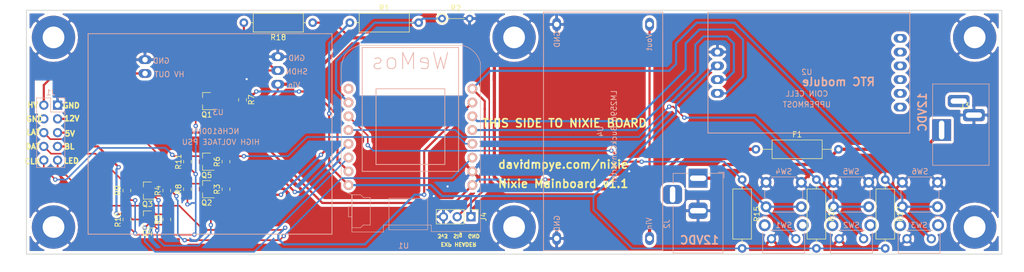
<source format=kicad_pcb>
(kicad_pcb (version 20171130) (host pcbnew 5.1.4+dfsg1-1)
  (layers (0 F.Cu signal) (31 B.Cu signal) (34 B.Paste user) (35 F.Paste user) (36 B.SilkS user) (37 F.SilkS user) (38 B.Mask user) (39 F.Mask user) (44 Edge.Cuts user))
  (net 0 "")
  (net 1 GND)
  (net 2 SHIFT_CLK)
  (net 3 SHIFT_DATA_IN)
  (net 4 SHIFT_BLANK)
  (net 5 SHIFT_LATCH)
  (net 6 +12V)
  (net 7 +3V3)
  (net 8 LATCH)
  (net 9 DATA_IN)
  (net 10 BLANK)
  (net 11 CLK)
  (net 12 NEOPIX_3V3)
  (net 13 LDR_IN)
  (net 14 "Net-(F1-Pad2)")
  (net 15 +5V)
  (net 16 +48V)
  (net 17 "Net-(U1-Pad9)")
  (net 18 SW_1)
  (net 19 SW_2)
  (net 20 SDA)
  (net 21 SCL)
  (net 22 SW_3)
  (net 23 HV_DISABLE)
  (net 24 "Net-(U2-Pad4)")
  (net 25 "Net-(U2-Pad3)")
  (net 26 "Net-(U2-Pad5)")
  (net 27 "Net-(U2-Pad2)")
  (net 28 "Net-(U2-Pad1)")
  (net 29 "Net-(U2-Pad6)")
  (net 30 "Net-(Q1-Pad3)")
  (module Resistor_SMD:R_0805_2012Metric_Pad1.15x1.40mm_HandSolder (layer F.Cu) (at 58.928 43.942 270)
    (fp_text reference R7 (at 0 -1.65 90) (layer F.SilkS))
    (fp_text value 10K)
    (pad 1 smd roundrect (at -1.025 0 270) (size 1.15 1.4) (layers F.Cu F.Paste F.Mask) (roundrect_rratio 0.217391) (net 23 HV_DISABLE))
    (pad 2 smd roundrect (at 1.025 0 270) (size 1.15 1.4) (layers F.Cu F.Paste F.Mask) (roundrect_rratio 0.217391) (net 1 GND))
  )
  (module GenericModules:NCH6100HVNixiePSU (layer B.Cu) (at 75.438 31.75 180)
    (fp_text reference U3 (at 21 -14.5) (layer B.SilkS) (effects (justify mirror)))
    (fp_text value NCH6100HVNixiePSU)
    (fp_text user "HIGH VOLTAGE PSU" (at 20.5 -20) (layer B.SilkS) (effects (justify mirror)))
    (fp_text user NCH6100HV (at 21.5 -18) (layer B.SilkS) (effects (justify mirror)))
    (fp_text user GND (at 31.5 -5) (layer B.SilkS) (effects (justify mirror)))
    (fp_text user GND (at 6.5 -4.5) (layer B.SilkS) (effects (justify mirror)))
    (fp_text user "HV OUT" (at 30 -7.5) (layer B.SilkS) (effects (justify mirror)))
    (fp_text user Vin (at 7 -9.5) (layer B.SilkS) (effects (justify mirror)))
    (fp_text user SHDN (at 6.5 -7) (layer B.SilkS) (effects (justify mirror)))
    (pad 5 thru_hole oval (at 34.5 -7.34 180) (size 2.4 1.6) (drill 1) (layers *.Cu *.Mask) (net 16 +48V))
    (pad 4 thru_hole oval (at 34.5 -4.8 180) (size 2.4 1.6) (drill 1) (layers *.Cu *.Mask) (net 1 GND))
    (pad 1 thru_hole oval (at 10 -9.33 180) (size 2.4 1.6) (drill 1) (layers *.Cu *.Mask) (net 6 +12V))
    (pad 3 thru_hole oval (at 10 -4.25 180) (size 2.4 1.6) (drill 1) (layers *.Cu *.Mask) (net 1 GND))
    (pad 2 thru_hole oval (at 10 -6.79 180) (size 2.4 1.6) (drill 1) (layers *.Cu *.Mask) (net 30 "Net-(Q1-Pad3)"))
  )
  (module Resistor_THT:R_Axial_DIN0309_L9.0mm_D3.2mm_P15.24mm_Horizontal (layer F.Cu) (at 153.67 53.086)
    (fp_text reference F1 (at 7.62 -2.72 180) (layer F.SilkS))
    (fp_text value Polyfuse)
    (pad 1 thru_hole circle (at 0 0) (size 1.6 1.6) (drill 0.8) (layers *.Cu *.Mask) (net 6 +12V))
    (pad 2 thru_hole oval (at 15.24 0) (size 1.6 1.6) (drill 0.8) (layers *.Cu *.Mask) (net 14 "Net-(F1-Pad2)"))
  )
  (module VerticalBarrelSocket:VerticalBarrel2.1mm (layer F.Cu) (at 187.198 49.53 180)
    (fp_text reference J3 (at -5 4.5) (layer F.SilkS))
    (fp_text value Barrel_Jack)
    (pad 1 thru_hole rect (at -0.75 0 180) (size 3.5 4) (drill oval 1 3.5) (layers *.Cu *.Mask) (net 14 "Net-(F1-Pad2)"))
    (pad 2 thru_hole roundrect (at -6.7 2.75 270) (size 2.25 4) (drill oval 1 3) (layers *.Cu *.Mask) (net 1 GND))
    (pad 3 thru_hole roundrect (at -3.9 5.35 90) (size 2.25 4) (drill oval 1 3) (layers *.Cu *.Mask))
  )
  (module GenericModules:DS3121RTCModule (layer B.Cu) (at 163.068 36.83 180)
    (fp_text reference U2 (at 0 -2) (layer B.SilkS) (effects (justify mirror)))
    (fp_text value DS3231RTCModule)
    (fp_text user "COIN CELL" (at 0 -6) (layer B.SilkS) (effects (justify mirror)))
    (fp_text user UPPERMOST (at 0 -8) (layer B.SilkS) (effects (justify mirror)))
    (pad 4 thru_hole oval (at -17.25 -3.395 180) (size 2.4 1.6) (drill 1) (layers *.Cu *.Mask) (net 24 "Net-(U2-Pad4)"))
    (pad 3 thru_hole oval (at -17.25 -0.855 180) (size 2.4 1.6) (drill 1) (layers *.Cu *.Mask) (net 25 "Net-(U2-Pad3)"))
    (pad 5 thru_hole oval (at -17.25 -5.935 180) (size 2.4 1.6) (drill 1) (layers *.Cu *.Mask) (net 26 "Net-(U2-Pad5)"))
    (pad 2 thru_hole oval (at -17.25 1.685 180) (size 2.4 1.6) (drill 1) (layers *.Cu *.Mask) (net 27 "Net-(U2-Pad2)"))
    (pad 1 thru_hole oval (at -17.25 4.225 180) (size 2.4 1.6) (drill 1) (layers *.Cu *.Mask) (net 28 "Net-(U2-Pad1)"))
    (pad 10 thru_hole oval (at 16.5 1.685 180) (size 2.4 1.6) (drill 1) (layers *.Cu *.Mask) (net 1 GND))
    (pad 9 thru_hole oval (at 16.5 -0.855 180) (size 2.4 1.6) (drill 1) (layers *.Cu *.Mask) (net 7 +3V3))
    (pad 8 thru_hole oval (at 16.5 -3.395 180) (size 2.4 1.6) (drill 1) (layers *.Cu *.Mask) (net 20 SDA))
    (pad 7 thru_hole oval (at 16.5 -5.935 180) (size 2.4 1.6) (drill 1) (layers *.Cu *.Mask) (net 21 SCL))
    (pad 6 thru_hole oval (at -17.25 -8.475 180) (size 2.4 1.6) (drill 1) (layers *.Cu *.Mask) (net 29 "Net-(U2-Pad6)"))
  )
  (module Button_Switch_THT:SW_PUSH_6mm (layer B.Cu) (at 162.052 59.182 180)
    (fp_text reference SW4 (at 3.25 2) (layer B.SilkS) (effects (justify mirror)))
    (fp_text value SW_Push)
    (pad 2 thru_hole circle (at 0 -4.5 90) (size 2 2) (drill 1.1) (layers *.Cu *.Mask) (net 18 SW_1))
    (pad 1 thru_hole circle (at 0 0 90) (size 2 2) (drill 1.1) (layers *.Cu *.Mask) (net 1 GND))
    (pad 2 thru_hole circle (at 6.5 -4.5 90) (size 2 2) (drill 1.1) (layers *.Cu *.Mask) (net 18 SW_1))
    (pad 1 thru_hole circle (at 6.5 0 90) (size 2 2) (drill 1.1) (layers *.Cu *.Mask) (net 1 GND))
  )
  (module Button_Switch_THT:SW_PUSH_6mm (layer B.Cu) (at 187.198 59.182 180)
    (fp_text reference SW6 (at 3.25 2) (layer B.SilkS) (effects (justify mirror)))
    (fp_text value SW_Push)
    (pad 2 thru_hole circle (at 0 -4.5 90) (size 2 2) (drill 1.1) (layers *.Cu *.Mask) (net 22 SW_3))
    (pad 1 thru_hole circle (at 0 0 90) (size 2 2) (drill 1.1) (layers *.Cu *.Mask) (net 1 GND))
    (pad 2 thru_hole circle (at 6.5 -4.5 90) (size 2 2) (drill 1.1) (layers *.Cu *.Mask) (net 22 SW_3))
    (pad 1 thru_hole circle (at 6.5 0 90) (size 2 2) (drill 1.1) (layers *.Cu *.Mask) (net 1 GND))
  )
  (module Button_Switch_THT:SW_PUSH_6mm (layer B.Cu) (at 174.498 59.182 180)
    (fp_text reference SW5 (at 3.25 2) (layer B.SilkS) (effects (justify mirror)))
    (fp_text value SW_Push)
    (pad 1 thru_hole circle (at 6.5 0 90) (size 2 2) (drill 1.1) (layers *.Cu *.Mask) (net 1 GND))
    (pad 2 thru_hole circle (at 6.5 -4.5 90) (size 2 2) (drill 1.1) (layers *.Cu *.Mask) (net 19 SW_2))
    (pad 1 thru_hole circle (at 0 0 90) (size 2 2) (drill 1.1) (layers *.Cu *.Mask) (net 1 GND))
    (pad 2 thru_hole circle (at 0 -4.5 90) (size 2 2) (drill 1.1) (layers *.Cu *.Mask) (net 19 SW_2))
  )
  (module GenericModules:LM2596BuckConverterModule (layer B.Cu) (at 125.476 49.784 90)
    (fp_text reference U4 (at 0 -0.5 90) (layer B.SilkS) (effects (justify mirror)))
    (fp_text value LM2596BuckConverterModule)
    (fp_text user Vin (at -17 8.5 90) (layer B.SilkS) (effects (justify mirror)))
    (fp_text user GND (at -17 -8.5 90) (layer B.SilkS) (effects (justify mirror)))
    (fp_text user Vout (at 16.5 8.5 90) (layer B.SilkS) (effects (justify mirror)))
    (fp_text user GND (at 17 -8.5 90) (layer B.SilkS) (effects (justify mirror)))
    (fp_text user "LM2596 BuckConverter" (at -1 2 90) (layer B.SilkS) (effects (justify mirror)))
    (pad 1 thru_hole oval (at -19.75 8.57 90) (size 2.4 1.6) (drill 1) (layers *.Cu *.Mask) (net 6 +12V))
    (pad 2 thru_hole oval (at -19.75 -8.57 90) (size 2.4 1.6) (drill 1) (layers *.Cu *.Mask) (net 1 GND))
    (pad 3 thru_hole oval (at 19.75 -8.57 90) (size 2.4 1.6) (drill 1) (layers *.Cu *.Mask) (net 1 GND))
    (pad 4 thru_hole oval (at 19.75 8.57 270) (size 2.4 1.6) (drill 1) (layers *.Cu *.Mask) (net 15 +5V))
  )
  (module MountingHole:MountingHole_4mm_Pad (layer F.Cu) (at 109.05 32.432)
    (fp_text reference REF** hide)
    (fp_text value MountingHole_4mm_Pad)
    (pad 1 thru_hole circle (at 0 0) (size 8 8) (drill 4) (layers *.Cu *.Mask) (net 1 GND))
  )
  (module MountingHole:MountingHole_4mm_Pad (layer F.Cu) (at 109.05 67.432)
    (fp_text reference REF** hide)
    (fp_text value MountingHole_4mm_Pad hide)
    (pad 1 thru_hole circle (at 0 0) (size 8 8) (drill 4) (layers *.Cu *.Mask) (net 1 GND))
  )
  (module MountingHole:MountingHole_4mm_Pad (layer F.Cu) (at 24.05 32.432)
    (fp_text reference REF** hide)
    (fp_text value MountingHole_4mm_Pad)
    (pad 1 thru_hole circle (at 0 0) (size 8 8) (drill 4) (layers *.Cu *.Mask) (net 1 GND))
  )
  (module MountingHole:MountingHole_4mm_Pad (layer F.Cu) (at 194.05 32.432)
    (fp_text reference REF** hide)
    (fp_text value MountingHole_4mm_Pad)
    (pad 1 thru_hole circle (at 0 0) (size 8 8) (drill 4) (layers *.Cu *.Mask) (net 1 GND))
  )
  (module MountingHole:MountingHole_4mm_Pad (layer F.Cu) (at 194.05 67.432)
    (fp_text reference REF** hide)
    (fp_text value MountingHole_4mm_Pad)
    (pad 1 thru_hole circle (at 0 0) (size 8 8) (drill 4) (layers *.Cu *.Mask) (net 1 GND))
  )
  (module MountingHole:MountingHole_4mm_Pad (layer F.Cu) (at 24.05 67.432)
    (fp_text reference REF** hide)
    (fp_text value MountingHole_4mm_Pad)
    (pad 1 thru_hole circle (at 0 0) (size 8 8) (drill 4) (layers *.Cu *.Mask) (net 1 GND))
  )
  (module Connector_PinHeader_2.54mm:PinHeader_2x05_P2.54mm_Vertical (layer B.Cu) (at 24.8 44.932 180)
    (fp_text reference J1 (at 1.27 2.33 180) (layer B.SilkS) (effects (justify mirror)))
    (fp_text value Conn_02x05_Odd_Even)
    (pad 10 thru_hole oval (at 2.54 -10.16 180) (size 1.7 1.7) (drill 1) (layers *.Cu *.Mask) (net 2 SHIFT_CLK))
    (pad 9 thru_hole oval (at 0 -10.16 180) (size 1.7 1.7) (drill 1) (layers *.Cu *.Mask) (net 12 NEOPIX_3V3))
    (pad 8 thru_hole oval (at 2.54 -7.62 180) (size 1.7 1.7) (drill 1) (layers *.Cu *.Mask) (net 3 SHIFT_DATA_IN))
    (pad 7 thru_hole oval (at 0 -7.62 180) (size 1.7 1.7) (drill 1) (layers *.Cu *.Mask) (net 4 SHIFT_BLANK))
    (pad 6 thru_hole oval (at 2.54 -5.08 180) (size 1.7 1.7) (drill 1) (layers *.Cu *.Mask) (net 5 SHIFT_LATCH))
    (pad 5 thru_hole oval (at 0 -5.08 180) (size 1.7 1.7) (drill 1) (layers *.Cu *.Mask) (net 15 +5V))
    (pad 4 thru_hole oval (at 2.54 -2.54 180) (size 1.7 1.7) (drill 1) (layers *.Cu *.Mask) (net 1 GND))
    (pad 3 thru_hole oval (at 0 -2.54 180) (size 1.7 1.7) (drill 1) (layers *.Cu *.Mask) (net 6 +12V))
    (pad 2 thru_hole oval (at 2.54 0 180) (size 1.7 1.7) (drill 1) (layers *.Cu *.Mask) (net 16 +48V))
    (pad 1 thru_hole rect (at 0 0 180) (size 1.7 1.7) (drill 1) (layers *.Cu *.Mask) (net 1 GND))
  )
  (module Resistor_THT:R_Axial_DIN0309_L9.0mm_D3.2mm_P12.70mm_Horizontal (layer F.Cu) (at 78.74 29.718)
    (fp_text reference R1 (at 6.35 -2.72) (layer F.SilkS))
    (fp_text value 22K)
    (pad 1 thru_hole circle (at 0 0) (size 1.6 1.6) (drill 0.8) (layers *.Cu *.Mask) (net 7 +3V3))
    (pad 2 thru_hole oval (at 12.7 0) (size 1.6 1.6) (drill 0.8) (layers *.Cu *.Mask) (net 13 LDR_IN))
  )
  (module Resistor_THT:R_Axial_DIN0204_L3.6mm_D1.6mm_P5.08mm_Vertical (layer F.Cu) (at 95.758 28.956)
    (fp_text reference R2 (at 2.54 -1.92) (layer F.SilkS))
    (fp_text value LDR03)
    (pad 1 thru_hole circle (at 0 0) (size 1.4 1.4) (drill 0.7) (layers *.Cu *.Mask) (net 13 LDR_IN))
    (pad 2 thru_hole oval (at 5.08 0) (size 1.4 1.4) (drill 0.7) (layers *.Cu *.Mask) (net 1 GND))
  )
  (module wemos_d1_mini:D1_mini_board (layer B.Cu) (at 89.916 52.07 180)
    (fp_text reference U1 (at 1.27 -18.81) (layer B.SilkS) (effects (justify mirror)))
    (fp_text value WeMos_mini)
    (fp_text user WeMos (at 0 15.24) (layer B.SilkS) (effects (font (size 3 3)) (justify mirror)))
    (pad 9 thru_hole circle (at 11.43 10.16 180) (size 1.8 1.8) (drill 1.016) (layers *.Cu *.Mask B.SilkS) (net 17 "Net-(U1-Pad9)"))
    (pad 10 thru_hole circle (at 11.43 7.62 180) (size 1.8 1.8) (drill 1.016) (layers *.Cu *.Mask B.SilkS) (net 13 LDR_IN))
    (pad 11 thru_hole circle (at 11.43 5.08 180) (size 1.8 1.8) (drill 1.016) (layers *.Cu *.Mask B.SilkS) (net 18 SW_1))
    (pad 12 thru_hole circle (at 11.43 2.54 180) (size 1.8 1.8) (drill 1.016) (layers *.Cu *.Mask B.SilkS) (net 19 SW_2))
    (pad 13 thru_hole circle (at 11.43 0 180) (size 1.8 1.8) (drill 1.016) (layers *.Cu *.Mask B.SilkS) (net 8 LATCH))
    (pad 14 thru_hole circle (at 11.43 -2.54 180) (size 1.8 1.8) (drill 1.016) (layers *.Cu *.Mask B.SilkS) (net 10 BLANK))
    (pad 15 thru_hole circle (at 11.43 -5.08 180) (size 1.8 1.8) (drill 1.016) (layers *.Cu *.Mask B.SilkS) (net 23 HV_DISABLE))
    (pad 16 thru_hole circle (at 11.43 -7.62 180) (size 1.8 1.8) (drill 1.016) (layers *.Cu *.Mask B.SilkS) (net 7 +3V3))
    (pad 1 thru_hole circle (at -11.43 -7.62 180) (size 1.8 1.8) (drill 1.016) (layers *.Cu *.Mask B.SilkS) (net 15 +5V))
    (pad 2 thru_hole circle (at -11.43 -5.08 180) (size 1.8 1.8) (drill 1.016) (layers *.Cu *.Mask B.SilkS) (net 1 GND))
    (pad 3 thru_hole circle (at -11.43 -2.54 180) (size 1.8 1.8) (drill 1.016) (layers *.Cu *.Mask B.SilkS) (net 9 DATA_IN))
    (pad 4 thru_hole circle (at -11.43 0 180) (size 1.8 1.8) (drill 1.016) (layers *.Cu *.Mask B.SilkS) (net 11 CLK))
    (pad 5 thru_hole circle (at -11.43 2.54 180) (size 1.8 1.8) (drill 1.016) (layers *.Cu *.Mask B.SilkS) (net 20 SDA))
    (pad 6 thru_hole circle (at -11.43 5.08 180) (size 1.8 1.8) (drill 1.016) (layers *.Cu *.Mask B.SilkS) (net 21 SCL))
    (pad 7 thru_hole circle (at -11.43 7.62 180) (size 1.8 1.8) (drill 1.016) (layers *.Cu *.Mask B.SilkS) (net 12 NEOPIX_3V3))
    (pad 8 thru_hole circle (at -11.43 10.16 180) (size 1.8 1.8) (drill 1.016) (layers *.Cu *.Mask B.SilkS) (net 22 SW_3))
  )
  (module Button_Switch_THT:SW_Tactile_SKHH_Angled (layer B.Cu) (at 156.55 69.596)
    (fp_text reference SW1 (at 2.25 -2.5) (layer B.SilkS) (effects (justify mirror)))
    (fp_text value SW_Push)
    (pad "" thru_hole circle (at 5.75 -2.5 180) (size 2.2 2.2) (drill 1.3) (layers *.Cu *.Mask))
    (pad "" thru_hole circle (at -1.25 -2.5 180) (size 2.2 2.2) (drill 1.3) (layers *.Cu *.Mask))
    (pad 2 thru_hole circle (at 4.5 0 180) (size 1.7 1.7) (drill 1) (layers *.Cu *.Mask) (net 18 SW_1))
    (pad 1 thru_hole circle (at 0 0 180) (size 1.7 1.7) (drill 1) (layers *.Cu *.Mask) (net 1 GND))
  )
  (module Button_Switch_THT:SW_Tactile_SKHH_Angled (layer B.Cu) (at 169.05 69.596)
    (fp_text reference SW2 (at 2.25 -2.5) (layer B.SilkS) (effects (justify mirror)))
    (fp_text value SW_Push)
    (pad 1 thru_hole circle (at 0 0 180) (size 1.7 1.7) (drill 1) (layers *.Cu *.Mask) (net 1 GND))
    (pad 2 thru_hole circle (at 4.5 0 180) (size 1.7 1.7) (drill 1) (layers *.Cu *.Mask) (net 19 SW_2))
    (pad "" thru_hole circle (at -1.25 -2.5 180) (size 2.2 2.2) (drill 1.3) (layers *.Cu *.Mask))
    (pad "" thru_hole circle (at 5.75 -2.5 180) (size 2.2 2.2) (drill 1.3) (layers *.Cu *.Mask))
  )
  (module Button_Switch_THT:SW_Tactile_SKHH_Angled (layer B.Cu) (at 181.55 69.596)
    (fp_text reference SW3 (at 2.25 -2.5) (layer B.SilkS) (effects (justify mirror)))
    (fp_text value SW_Push)
    (pad "" thru_hole circle (at 5.75 -2.5 180) (size 2.2 2.2) (drill 1.3) (layers *.Cu *.Mask))
    (pad "" thru_hole circle (at -1.25 -2.5 180) (size 2.2 2.2) (drill 1.3) (layers *.Cu *.Mask))
    (pad 2 thru_hole circle (at 4.5 0 180) (size 1.7 1.7) (drill 1) (layers *.Cu *.Mask) (net 22 SW_3))
    (pad 1 thru_hole circle (at 0 0 180) (size 1.7 1.7) (drill 1) (layers *.Cu *.Mask) (net 1 GND))
  )
  (module Connector_BarrelJack:BarrelJack_Horizontal (layer B.Cu) (at 143.002 58.42 90)
    (fp_text reference J2 (at -8.45 -5.75 270) (layer B.SilkS) (effects (justify mirror)))
    (fp_text value Barrel_Jack)
    (pad 1 thru_hole rect (at 0 0 90) (size 3.5 3.5) (drill oval 1 3) (layers *.Cu *.Mask) (net 14 "Net-(F1-Pad2)"))
    (pad 2 thru_hole roundrect (at -6 0 90) (size 3 3.5) (drill oval 1 3) (layers *.Cu *.Mask) (net 1 GND))
    (pad 3 thru_hole roundrect (at -3 -4.7 90) (size 3.5 3.5) (drill oval 3 1) (layers *.Cu *.Mask))
  )
  (module Package_TO_SOT_SMD:SOT-23 (layer F.Cu) (at 52.324 44.196 180)
    (fp_text reference Q1 (at 0 -2.5) (layer F.SilkS))
    (fp_text value BSS138)
    (pad 3 smd rect (at 1 0 180) (size 0.9 0.8) (layers F.Cu F.Paste F.Mask) (net 30 "Net-(Q1-Pad3)"))
    (pad 2 smd rect (at -1 0.95 180) (size 0.9 0.8) (layers F.Cu F.Paste F.Mask) (net 1 GND))
    (pad 1 smd rect (at -1 -0.95 180) (size 0.9 0.8) (layers F.Cu F.Paste F.Mask) (net 23 HV_DISABLE))
  )
  (module Package_TO_SOT_SMD:SOT-23 (layer F.Cu) (at 52.324 60.452 180)
    (fp_text reference Q2 (at 0 -2.5) (layer F.SilkS))
    (fp_text value BSS138)
    (pad 3 smd rect (at 1 0 180) (size 0.9 0.8) (layers F.Cu F.Paste F.Mask) (net 5 SHIFT_LATCH))
    (pad 2 smd rect (at -1 0.95 180) (size 0.9 0.8) (layers F.Cu F.Paste F.Mask) (net 8 LATCH))
    (pad 1 smd rect (at -1 -0.95 180) (size 0.9 0.8) (layers F.Cu F.Paste F.Mask) (net 7 +3V3))
  )
  (module Package_TO_SOT_SMD:SOT-23 (layer F.Cu) (at 41.402 60.706 180)
    (fp_text reference Q3 (at 0 -2.5) (layer F.SilkS))
    (fp_text value BSS138)
    (pad 1 smd rect (at -1 -0.95 180) (size 0.9 0.8) (layers F.Cu F.Paste F.Mask) (net 7 +3V3))
    (pad 2 smd rect (at -1 0.95 180) (size 0.9 0.8) (layers F.Cu F.Paste F.Mask) (net 9 DATA_IN))
    (pad 3 smd rect (at 1 0 180) (size 0.9 0.8) (layers F.Cu F.Paste F.Mask) (net 3 SHIFT_DATA_IN))
  )
  (module Package_TO_SOT_SMD:SOT-23 (layer F.Cu) (at 41.402 66.04 180)
    (fp_text reference Q4 (at 0 -2.5) (layer F.SilkS))
    (fp_text value BSS138)
    (pad 3 smd rect (at 1 0 180) (size 0.9 0.8) (layers F.Cu F.Paste F.Mask) (net 4 SHIFT_BLANK))
    (pad 2 smd rect (at -1 0.95 180) (size 0.9 0.8) (layers F.Cu F.Paste F.Mask) (net 10 BLANK))
    (pad 1 smd rect (at -1 -0.95 180) (size 0.9 0.8) (layers F.Cu F.Paste F.Mask) (net 7 +3V3))
  )
  (module Package_TO_SOT_SMD:SOT-23 (layer F.Cu) (at 52.324 55.372 180)
    (fp_text reference Q5 (at 0 -2.5 180) (layer F.SilkS))
    (fp_text value BSS138)
    (pad 1 smd rect (at -1 -0.95 180) (size 0.9 0.8) (layers F.Cu F.Paste F.Mask) (net 7 +3V3))
    (pad 2 smd rect (at -1 0.95 180) (size 0.9 0.8) (layers F.Cu F.Paste F.Mask) (net 11 CLK))
    (pad 3 smd rect (at 1 0 180) (size 0.9 0.8) (layers F.Cu F.Paste F.Mask) (net 2 SHIFT_CLK))
  )
  (module Resistor_SMD:R_0805_2012Metric_Pad1.15x1.40mm_HandSolder (layer F.Cu) (at 55.88 60.452 90)
    (fp_text reference R3 (at 0 -1.65 270) (layer F.SilkS))
    (fp_text value 10k)
    (pad 2 smd roundrect (at 1.025 0 90) (size 1.15 1.4) (layers F.Cu F.Paste F.Mask) (roundrect_rratio 0.217391) (net 8 LATCH))
    (pad 1 smd roundrect (at -1.025 0 90) (size 1.15 1.4) (layers F.Cu F.Paste F.Mask) (roundrect_rratio 0.217391) (net 7 +3V3))
  )
  (module Resistor_SMD:R_0805_2012Metric_Pad1.15x1.40mm_HandSolder (layer F.Cu) (at 44.958 60.706 90)
    (fp_text reference R4 (at 0 -1.65 270) (layer F.SilkS))
    (fp_text value 10k)
    (pad 1 smd roundrect (at -1.025 0 90) (size 1.15 1.4) (layers F.Cu F.Paste F.Mask) (roundrect_rratio 0.217391) (net 7 +3V3))
    (pad 2 smd roundrect (at 1.025 0 90) (size 1.15 1.4) (layers F.Cu F.Paste F.Mask) (roundrect_rratio 0.217391) (net 9 DATA_IN))
  )
  (module Resistor_SMD:R_0805_2012Metric_Pad1.15x1.40mm_HandSolder (layer F.Cu) (at 44.958 66.04 90)
    (fp_text reference R5 (at 0 -1.65 270) (layer F.SilkS))
    (fp_text value 10k)
    (pad 1 smd roundrect (at -1.025 0 90) (size 1.15 1.4) (layers F.Cu F.Paste F.Mask) (roundrect_rratio 0.217391) (net 7 +3V3))
    (pad 2 smd roundrect (at 1.025 0 90) (size 1.15 1.4) (layers F.Cu F.Paste F.Mask) (roundrect_rratio 0.217391) (net 10 BLANK))
  )
  (module Resistor_SMD:R_0805_2012Metric_Pad1.15x1.40mm_HandSolder (layer F.Cu) (at 55.88 55.372 90)
    (fp_text reference R6 (at 0 -1.65 270) (layer F.SilkS))
    (fp_text value 10k)
    (pad 1 smd roundrect (at -1.025 0 90) (size 1.15 1.4) (layers F.Cu F.Paste F.Mask) (roundrect_rratio 0.217391) (net 7 +3V3))
    (pad 2 smd roundrect (at 1.025 0 90) (size 1.15 1.4) (layers F.Cu F.Paste F.Mask) (roundrect_rratio 0.217391) (net 11 CLK))
  )
  (module Resistor_SMD:R_0805_2012Metric_Pad1.15x1.40mm_HandSolder (layer F.Cu) (at 48.768 60.452 90)
    (fp_text reference R8 (at 0 -1.65 270) (layer F.SilkS))
    (fp_text value 10k)
    (pad 2 smd roundrect (at 1.025 0 90) (size 1.15 1.4) (layers F.Cu F.Paste F.Mask) (roundrect_rratio 0.217391) (net 5 SHIFT_LATCH))
    (pad 1 smd roundrect (at -1.025 0 90) (size 1.15 1.4) (layers F.Cu F.Paste F.Mask) (roundrect_rratio 0.217391) (net 6 +12V))
  )
  (module Resistor_SMD:R_0805_2012Metric_Pad1.15x1.40mm_HandSolder (layer F.Cu) (at 37.592 60.706 90)
    (fp_text reference R9 (at 0 -1.65 270) (layer F.SilkS))
    (fp_text value 10k)
    (pad 2 smd roundrect (at 1.025 0 90) (size 1.15 1.4) (layers F.Cu F.Paste F.Mask) (roundrect_rratio 0.217391) (net 3 SHIFT_DATA_IN))
    (pad 1 smd roundrect (at -1.025 0 90) (size 1.15 1.4) (layers F.Cu F.Paste F.Mask) (roundrect_rratio 0.217391) (net 6 +12V))
  )
  (module Resistor_SMD:R_0805_2012Metric_Pad1.15x1.40mm_HandSolder (layer F.Cu) (at 37.592 66.04 90)
    (fp_text reference R10 (at 0 -1.65 270) (layer F.SilkS))
    (fp_text value 10k)
    (pad 2 smd roundrect (at 1.025 0 90) (size 1.15 1.4) (layers F.Cu F.Paste F.Mask) (roundrect_rratio 0.217391) (net 4 SHIFT_BLANK))
    (pad 1 smd roundrect (at -1.025 0 90) (size 1.15 1.4) (layers F.Cu F.Paste F.Mask) (roundrect_rratio 0.217391) (net 6 +12V))
  )
  (module Resistor_SMD:R_0805_2012Metric_Pad1.15x1.40mm_HandSolder (layer F.Cu) (at 48.768 55.372 90)
    (fp_text reference R11 (at 0 -1.65 270) (layer F.SilkS))
    (fp_text value 10k)
    (pad 2 smd roundrect (at 1.025 0 90) (size 1.15 1.4) (layers F.Cu F.Paste F.Mask) (roundrect_rratio 0.217391) (net 2 SHIFT_CLK))
    (pad 1 smd roundrect (at -1.025 0 90) (size 1.15 1.4) (layers F.Cu F.Paste F.Mask) (roundrect_rratio 0.217391) (net 6 +12V))
  )
  (module Resistor_THT:R_Axial_DIN0309_L9.0mm_D3.2mm_P12.70mm_Horizontal (layer F.Cu) (at 151.13 58.674 270)
    (fp_text reference R15 (at 6.35 -2.72 270) (layer F.SilkS))
    (fp_text value 10k)
    (pad 2 thru_hole oval (at 12.7 0 270) (size 1.6 1.6) (drill 0.8) (layers *.Cu *.Mask) (net 7 +3V3))
    (pad 1 thru_hole circle (at 0 0 270) (size 1.6 1.6) (drill 0.8) (layers *.Cu *.Mask) (net 18 SW_1))
  )
  (module Resistor_THT:R_Axial_DIN0309_L9.0mm_D3.2mm_P12.70mm_Horizontal (layer F.Cu) (at 164.846 58.674 270)
    (fp_text reference R16 (at 6.35 -2.72 270) (layer F.SilkS))
    (fp_text value 10k)
    (pad 1 thru_hole circle (at 0 0 270) (size 1.6 1.6) (drill 0.8) (layers *.Cu *.Mask) (net 19 SW_2))
    (pad 2 thru_hole oval (at 12.7 0 270) (size 1.6 1.6) (drill 0.8) (layers *.Cu *.Mask) (net 7 +3V3))
  )
  (module Resistor_THT:R_Axial_DIN0309_L9.0mm_D3.2mm_P12.70mm_Horizontal (layer F.Cu) (at 177.546 58.674 270)
    (fp_text reference R17 (at 6.35 -2.72 270) (layer F.SilkS))
    (fp_text value R)
    (pad 1 thru_hole circle (at 0 0 270) (size 1.6 1.6) (drill 0.8) (layers *.Cu *.Mask) (net 22 SW_3))
    (pad 2 thru_hole oval (at 12.7 0 270) (size 1.6 1.6) (drill 0.8) (layers *.Cu *.Mask) (net 7 +3V3))
  )
  (module Resistor_THT:R_Axial_DIN0309_L9.0mm_D3.2mm_P12.70mm_Horizontal (layer F.Cu) (at 71.882 29.718 180)
    (fp_text reference R18 (at 6.35 -2.72) (layer F.SilkS))
    (fp_text value R)
    (pad 2 thru_hole oval (at 12.7 0 180) (size 1.6 1.6) (drill 0.8) (layers *.Cu *.Mask) (net 30 "Net-(Q1-Pad3)"))
    (pad 1 thru_hole circle (at 0 0 180) (size 1.6 1.6) (drill 0.8) (layers *.Cu *.Mask) (net 6 +12V))
  )
  (module Connector_PinHeader_2.54mm:PinHeader_1x03_P2.54mm_Vertical (layer F.Cu) (at 101.092 65.532 270)
    (fp_text reference J4 (at 0 -2.33 90) (layer F.SilkS))
    (fp_text value Conn_01x03_Male)
    (pad 1 thru_hole rect (at 0 0 270) (size 1.7 1.7) (drill 1) (layers *.Cu *.Mask) (net 7 +3V3))
    (pad 2 thru_hole oval (at 0 2.54 270) (size 1.7 1.7) (drill 1) (layers *.Cu *.Mask) (net 22 SW_3))
    (pad 3 thru_hole oval (at 0 5.08 270) (size 1.7 1.7) (drill 1) (layers *.Cu *.Mask) (net 1 GND))
  )
  (gr_text 12VDC (at 184.404 46.228 90) (layer B.SilkS) (effects (font (size 1.5 1.5) (thickness 0.3)) (justify mirror)))
  (gr_text "3v3  Sig  GND" (at 98.806 69.088 180) (layer F.SilkS) (effects (font (size 0.7 0.7) (thickness 0.175)) (justify mirror)))
  (gr_text "EXP HEADER" (at 98.806 70.612 180) (layer F.SilkS) (effects (font (size 0.7 0.7) (thickness 0.175)) (justify mirror)))
  (gr_text "GND\n" (at 20.574 47.498) (layer F.SilkS) (effects (font (size 1 1) (thickness 0.25))))
  (gr_text 12VDC (at 143.256 69.85) (layer B.SilkS) (effects (font (size 1.5 1.5) (thickness 0.3)) (justify mirror)))
  (gr_text "RTC module" (at 168.91 40.64) (layer B.SilkS) (effects (font (size 1.5 1.5) (thickness 0.3)) (justify mirror)))
  (gr_text "Nixie Mainboard v1.1" (at 118.11 59.436) (layer F.SilkS) (effects (font (size 1.5 1.5) (thickness 0.3))))
  (gr_text davidmpye.com/nixie (at 118.11 55.88) (layer F.SilkS) (effects (font (size 1.5 1.5) (thickness 0.3))))
  (gr_text "THIS SIDE TO NIXIE BOARD" (at 118.364 48.26) (layer F.SilkS) (effects (font (size 1.5 1.5) (thickness 0.3))))
  (gr_text DAT (at 20.2184 52.578) (layer F.SilkS) (effects (font (size 1 1) (thickness 0.25))))
  (gr_text LAT (at 20.32 49.9364) (layer F.SilkS) (effects (font (size 1 1) (thickness 0.25))))
  (gr_text CLK (at 20.1676 55.3212) (layer F.SilkS) (effects (font (size 1 1) (thickness 0.25))))
  (gr_text BL (at 26.9748 52.578) (layer F.SilkS) (effects (font (size 1 1) (thickness 0.25))))
  (gr_text LED (at 27.3304 55.2196) (layer F.SilkS) (effects (font (size 1 1) (thickness 0.25))))
  (gr_text "12V\n" (at 27.432 47.3964) (layer F.SilkS) (effects (font (size 1 1) (thickness 0.25))))
  (gr_text "5V\n" (at 27.0764 50.1904) (layer F.SilkS) (effects (font (size 1 1) (thickness 0.25))))
  (gr_text "GND\n" (at 27.3304 45.0088) (layer F.SilkS) (effects (font (size 1 1) (thickness 0.25))))
  (gr_text HV (at 20.2184 44.9072) (layer F.SilkS) (effects (font (size 1 1) (thickness 0.25))))
  (gr_line (start 19.05 27.432) (end 199.05 27.432) (layer Edge.Cuts) (width 0.15))
  (gr_line (start 19.05 72.432) (end 199.05 72.432) (layer Edge.Cuts) (width 0.15))
  (gr_line (start 19.05 27.432) (end 19.05 72.432) (layer Edge.Cuts) (width 0.15))
  (gr_line (start 199.05 27.432) (end 199.05 72.432) (layer Edge.Cuts) (width 0.15))
  (segment (start 109.06 33.288) (end 108.966 33.194) (width 0.3) (layer F.Cu) (net 1))
  (via (at 59.69 40.132) (size 0.8) (drill 0.4) (layers F.Cu B.Cu) (net 1))
  (via (at 96.774 59.944) (size 0.8) (drill 0.4) (layers F.Cu B.Cu) (net 1))
  (via (at 94.234 61.722) (size 0.8) (drill 0.4) (layers F.Cu B.Cu) (net 1))
  (via (at 130.302 57.15) (size 0.8) (drill 0.4) (layers F.Cu B.Cu) (net 1))
  (via (at 108.204 55.626) (size 0.8) (drill 0.4) (layers F.Cu B.Cu) (net 1))
  (via (at 110.49 55.626) (size 0.8) (drill 0.4) (layers F.Cu B.Cu) (net 1))
  (via (at 112.522 55.626) (size 0.8) (drill 0.4) (layers F.Cu B.Cu) (net 1))
  (segment (start 51.324 54.672) (end 51.324 55.372) (width 0.3) (layer F.Cu) (net 2))
  (segment (start 50.999 54.347) (end 51.324 54.672) (width 0.3) (layer F.Cu) (net 2))
  (segment (start 48.768 54.347) (end 50.999 54.347) (width 0.3) (layer F.Cu) (net 2))
  (via (at 45.974 54.102) (size 0.8) (drill 0.4) (layers F.Cu B.Cu) (net 2))
  (segment (start 48.768 54.347) (end 46.219 54.347) (width 0.3) (layer F.Cu) (net 2))
  (segment (start 46.219 54.347) (end 45.974 54.102) (width 0.3) (layer F.Cu) (net 2))
  (segment (start 45.974 54.102) (end 44.704 52.832) (width 0.3) (layer B.Cu) (net 2))
  (segment (start 44.704 52.832) (end 32.258 52.832) (width 0.3) (layer B.Cu) (net 2))
  (via (at 24.384 58.674) (size 0.8) (drill 0.4) (layers F.Cu B.Cu) (net 2))
  (segment (start 32.258 52.832) (end 26.416 58.674) (width 0.3) (layer B.Cu) (net 2))
  (segment (start 26.416 58.674) (end 24.384 58.674) (width 0.3) (layer B.Cu) (net 2))
  (segment (start 22.26 56.55) (end 24.384 58.674) (width 0.3) (layer F.Cu) (net 2))
  (segment (start 22.26 55.092) (end 22.26 56.55) (width 0.3) (layer F.Cu) (net 2))
  (segment (start 36.968628 59.057628) (end 37.592 59.681) (width 0.3) (layer F.Cu) (net 3))
  (segment (start 31.802999 53.891999) (end 36.968628 59.057628) (width 0.3) (layer F.Cu) (net 3))
  (segment (start 23.599999 53.891999) (end 31.802999 53.891999) (width 0.3) (layer F.Cu) (net 3))
  (segment (start 22.26 52.552) (end 23.599999 53.891999) (width 0.3) (layer F.Cu) (net 3))
  (segment (start 40.402 60.006) (end 40.402 60.706) (width 0.3) (layer F.Cu) (net 3))
  (segment (start 40.077 59.681) (end 40.402 60.006) (width 0.3) (layer F.Cu) (net 3))
  (segment (start 37.592 59.681) (end 40.077 59.681) (width 0.3) (layer F.Cu) (net 3))
  (segment (start 24.8 52.552) (end 24.036002 52.552) (width 0.3) (layer F.Cu) (net 4))
  (segment (start 24.09288 52.552) (end 24.8 52.552) (width 0.3) (layer F.Cu) (net 4))
  (segment (start 38.617 66.04) (end 40.402 66.04) (width 0.3) (layer F.Cu) (net 4))
  (segment (start 37.592 65.015) (end 38.617 66.04) (width 0.3) (layer F.Cu) (net 4))
  (via (at 36.068 56.388) (size 0.8) (drill 0.4) (layers F.Cu B.Cu) (net 4))
  (segment (start 35.668001 56.787999) (end 35.668001 64.915999) (width 0.4) (layer B.Cu) (net 4))
  (segment (start 36.068 56.388) (end 35.668001 56.787999) (width 0.4) (layer B.Cu) (net 4))
  (via (at 35.668001 64.915999) (size 0.8) (drill 0.4) (layers F.Cu B.Cu) (net 4))
  (segment (start 35.767002 65.015) (end 35.668001 64.915999) (width 0.4) (layer F.Cu) (net 4))
  (segment (start 37.592 65.015) (end 35.767002 65.015) (width 0.4) (layer F.Cu) (net 4))
  (segment (start 32.232 52.552) (end 31.776 52.552) (width 0.4) (layer F.Cu) (net 4))
  (segment (start 36.068 56.388) (end 32.232 52.552) (width 0.4) (layer F.Cu) (net 4))
  (segment (start 24.8 52.552) (end 31.776 52.552) (width 0.4) (layer F.Cu) (net 4))
  (segment (start 51.324 59.752) (end 51.324 60.452) (width 0.3) (layer F.Cu) (net 5))
  (segment (start 50.999 59.427) (end 51.324 59.752) (width 0.3) (layer F.Cu) (net 5))
  (segment (start 48.768 59.427) (end 50.999 59.427) (width 0.3) (layer F.Cu) (net 5))
  (segment (start 48.144628 58.803628) (end 48.768 59.427) (width 0.3) (layer F.Cu) (net 5))
  (segment (start 40.553001 51.212001) (end 48.144628 58.803628) (width 0.3) (layer F.Cu) (net 5))
  (segment (start 23.460001 51.212001) (end 40.553001 51.212001) (width 0.3) (layer F.Cu) (net 5))
  (segment (start 22.26 50.012) (end 23.460001 51.212001) (width 0.3) (layer F.Cu) (net 5))
  (via (at 50.292 57.658) (size 0.8) (drill 0.4) (layers F.Cu B.Cu) (net 6))
  (segment (start 48.768 56.397) (end 49.031 56.397) (width 0.3) (layer F.Cu) (net 6))
  (segment (start 49.031 56.397) (end 50.292 57.658) (width 0.3) (layer F.Cu) (net 6))
  (via (at 50.038 68.834) (size 0.8) (drill 0.4) (layers F.Cu B.Cu) (net 6))
  (segment (start 50.292 68.58) (end 50.038 68.834) (width 0.3) (layer B.Cu) (net 6))
  (segment (start 50.292 62.992) (end 49.53 62.992) (width 0.3) (layer B.Cu) (net 6))
  (segment (start 50.292 62.992) (end 50.292 68.58) (width 0.3) (layer B.Cu) (net 6))
  (segment (start 50.292 57.658) (end 50.292 62.992) (width 0.3) (layer B.Cu) (net 6))
  (segment (start 49.53 62.992) (end 49.276 63.246) (width 0.3) (layer B.Cu) (net 6))
  (via (at 48.768 63.246) (size 0.8) (drill 0.4) (layers F.Cu B.Cu) (net 6))
  (segment (start 49.276 63.246) (end 48.768 63.246) (width 0.3) (layer B.Cu) (net 6))
  (segment (start 48.768 61.477) (end 48.768 63.246) (width 0.3) (layer F.Cu) (net 6))
  (via (at 39.116 68.58) (size 0.8) (drill 0.4) (layers F.Cu B.Cu) (net 6))
  (segment (start 37.592 67.065) (end 37.601 67.065) (width 0.3) (layer F.Cu) (net 6))
  (segment (start 37.601 67.065) (end 39.116 68.58) (width 0.3) (layer F.Cu) (net 6))
  (segment (start 39.116 68.58) (end 39.116 62.738) (width 0.3) (layer B.Cu) (net 6))
  (via (at 39.116 62.484) (size 0.8) (drill 0.4) (layers F.Cu B.Cu) (net 6))
  (segment (start 39.116 62.738) (end 39.116 62.484) (width 0.3) (layer B.Cu) (net 6))
  (segment (start 38.345 62.484) (end 37.592 61.731) (width 0.3) (layer F.Cu) (net 6))
  (segment (start 39.116 62.484) (end 38.345 62.484) (width 0.3) (layer F.Cu) (net 6))
  (segment (start 39.37 68.834) (end 39.116 68.58) (width 0.3) (layer F.Cu) (net 6))
  (segment (start 50.038 68.834) (end 39.37 68.834) (width 0.3) (layer F.Cu) (net 6))
  (segment (start 50.292 57.658) (end 50.292 57.092315) (width 0.3) (layer B.Cu) (net 6))
  (via (at 50.292 48.768) (size 0.8) (drill 0.4) (layers F.Cu B.Cu) (net 6))
  (segment (start 50.292 57.092315) (end 50.292 48.768) (width 0.3) (layer B.Cu) (net 6))
  (segment (start 24.8 47.472) (end 50.318 47.472) (width 0.4) (layer F.Cu) (net 6))
  (segment (start 50.292 47.498) (end 50.318 47.472) (width 0.3) (layer F.Cu) (net 6))
  (segment (start 50.292 48.768) (end 50.292 47.498) (width 0.3) (layer F.Cu) (net 6))
  (segment (start 134.046 69.534) (end 134.046 60.01) (width 0.6) (layer F.Cu) (net 6))
  (segment (start 60.246 47.472) (end 54.838 47.472) (width 0.4) (layer F.Cu) (net 6))
  (segment (start 65.438 42.28) (end 60.246 47.472) (width 0.4) (layer F.Cu) (net 6))
  (segment (start 65.438 41.08) (end 65.438 42.28) (width 0.4) (layer F.Cu) (net 6))
  (segment (start 50.318 47.472) (end 54.838 47.472) (width 0.4) (layer F.Cu) (net 6))
  (segment (start 65.438 41.08) (end 70.172 41.08) (width 0.6) (layer F.Cu) (net 6))
  (segment (start 70.172 41.08) (end 78.74 32.512) (width 0.6) (layer F.Cu) (net 6))
  (segment (start 133.66599 60.39001) (end 134.046 60.01) (width 0.6) (layer F.Cu) (net 6))
  (segment (start 107.63401 60.39001) (end 133.66599 60.39001) (width 0.6) (layer F.Cu) (net 6))
  (segment (start 105.41 58.166) (end 107.63401 60.39001) (width 0.6) (layer F.Cu) (net 6))
  (segment (start 75.946 29.718) (end 78.74 32.512) (width 0.4) (layer F.Cu) (net 6))
  (segment (start 71.882 29.718) (end 75.946 29.718) (width 0.4) (layer F.Cu) (net 6))
  (segment (start 78.74 32.512) (end 100.33 32.512) (width 0.6) (layer F.Cu) (net 6))
  (segment (start 105.41 37.592) (end 105.41 40.386) (width 0.6) (layer F.Cu) (net 6))
  (segment (start 100.33 32.512) (end 105.41 37.592) (width 0.6) (layer F.Cu) (net 6))
  (segment (start 105.41 39.37) (end 105.41 40.386) (width 0.6) (layer F.Cu) (net 6))
  (segment (start 105.41 40.386) (end 105.41 58.166) (width 0.6) (layer F.Cu) (net 6))
  (segment (start 135.001 59.055) (end 134.046 60.01) (width 0.6) (layer F.Cu) (net 6))
  (segment (start 140.97 53.086) (end 135.001 59.055) (width 0.6) (layer F.Cu) (net 6))
  (segment (start 153.67 53.086) (end 140.97 53.086) (width 0.6) (layer F.Cu) (net 6))
  (segment (start 78.486 59.69) (end 93.726 59.69) (width 0.4) (layer B.Cu) (net 7))
  (segment (start 93.726 59.69) (end 95.758 61.722) (width 0.4) (layer B.Cu) (net 7))
  (segment (start 53.274 61.402) (end 52.324 60.452) (width 0.3) (layer F.Cu) (net 7))
  (segment (start 52.324 56.572) (end 52.324 58.42) (width 0.3) (layer F.Cu) (net 7))
  (segment (start 53.324 56.322) (end 52.574 56.322) (width 0.3) (layer F.Cu) (net 7))
  (segment (start 52.324 60.452) (end 52.324 58.42) (width 0.3) (layer F.Cu) (net 7))
  (segment (start 52.574 56.322) (end 52.324 56.572) (width 0.3) (layer F.Cu) (net 7))
  (segment (start 52.324 58.42) (end 52.324 58.022) (width 0.3) (layer F.Cu) (net 7))
  (segment (start 53.399 61.477) (end 53.324 61.402) (width 0.3) (layer F.Cu) (net 7))
  (segment (start 55.88 61.477) (end 53.399 61.477) (width 0.3) (layer F.Cu) (net 7))
  (segment (start 55.805 56.322) (end 55.88 56.397) (width 0.3) (layer F.Cu) (net 7))
  (segment (start 53.324 56.322) (end 55.805 56.322) (width 0.3) (layer F.Cu) (net 7))
  (segment (start 53.324 61.402) (end 53.274 61.402) (width 0.3) (layer F.Cu) (net 7))
  (via (at 43.434 62.484) (size 0.8) (drill 0.4) (layers F.Cu B.Cu) (net 7))
  (segment (start 42.402 61.656) (end 42.606 61.656) (width 0.3) (layer F.Cu) (net 7))
  (segment (start 42.606 61.656) (end 43.434 62.484) (width 0.3) (layer F.Cu) (net 7))
  (segment (start 43.434 62.484) (end 43.434 67.564) (width 0.3) (layer B.Cu) (net 7))
  (via (at 43.18 68.072) (size 0.8) (drill 0.4) (layers F.Cu B.Cu) (net 7))
  (segment (start 43.434 67.564) (end 43.434 67.818) (width 0.3) (layer B.Cu) (net 7))
  (segment (start 43.434 67.818) (end 43.18 68.072) (width 0.3) (layer B.Cu) (net 7))
  (segment (start 43.18 67.768) (end 42.402 66.99) (width 0.3) (layer F.Cu) (net 7))
  (segment (start 43.18 68.072) (end 43.18 67.768) (width 0.3) (layer F.Cu) (net 7))
  (segment (start 44.883 61.656) (end 44.958 61.731) (width 0.3) (layer F.Cu) (net 7))
  (segment (start 42.402 61.656) (end 44.883 61.656) (width 0.3) (layer F.Cu) (net 7))
  (segment (start 44.883 66.99) (end 44.958 67.065) (width 0.3) (layer F.Cu) (net 7))
  (segment (start 42.402 66.99) (end 44.883 66.99) (width 0.3) (layer F.Cu) (net 7))
  (segment (start 43.18 68.072) (end 43.18 69.596) (width 0.3) (layer B.Cu) (net 7))
  (segment (start 43.18 69.596) (end 44.45 70.866) (width 0.3) (layer B.Cu) (net 7))
  (segment (start 44.45 70.866) (end 50.8 70.866) (width 0.3) (layer B.Cu) (net 7))
  (segment (start 177.292 71.374) (end 164.338 71.374) (width 0.3) (layer B.Cu) (net 7))
  (segment (start 164.338 71.374) (end 151.13 71.374) (width 0.3) (layer B.Cu) (net 7))
  (segment (start 151.13 71.374) (end 130.81 71.374) (width 0.3) (layer B.Cu) (net 7))
  (segment (start 123.698 64.262) (end 130.81 71.374) (width 0.3) (layer B.Cu) (net 7))
  (segment (start 123.698 61.722) (end 123.698 64.262) (width 0.3) (layer B.Cu) (net 7))
  (via (at 66.031 61.477) (size 0.8) (drill 0.4) (layers F.Cu B.Cu) (net 7))
  (segment (start 66.031 61.477) (end 55.88 61.477) (width 0.4) (layer F.Cu) (net 7))
  (segment (start 119.38 61.722) (end 123.698 61.722) (width 0.4) (layer B.Cu) (net 7))
  (segment (start 78.74 29.718) (end 74.93 33.528) (width 0.4) (layer B.Cu) (net 7))
  (via (at 74.93 46.482) (size 0.8) (drill 0.4) (layers F.Cu B.Cu) (net 7))
  (segment (start 74.93 56.134) (end 78.486 59.69) (width 0.4) (layer F.Cu) (net 7))
  (segment (start 66.031 61.477) (end 73.406 54.102) (width 0.4) (layer B.Cu) (net 7))
  (via (at 73.406 54.102) (size 0.8) (drill 0.4) (layers F.Cu B.Cu) (net 7))
  (segment (start 74.93 52.578) (end 74.93 52.07) (width 0.4) (layer F.Cu) (net 7))
  (segment (start 73.406 54.102) (end 74.93 52.578) (width 0.4) (layer F.Cu) (net 7))
  (segment (start 74.93 46.482) (end 74.93 52.07) (width 0.4) (layer F.Cu) (net 7))
  (segment (start 74.93 52.07) (end 74.93 56.134) (width 0.4) (layer F.Cu) (net 7))
  (segment (start 95.758 61.722) (end 101.092 61.722) (width 0.4) (layer B.Cu) (net 7))
  (segment (start 101.092 61.722) (end 119.38 61.722) (width 0.4) (layer B.Cu) (net 7))
  (segment (start 101.092 64.282) (end 101.092 61.722) (width 0.4) (layer B.Cu) (net 7))
  (segment (start 101.092 65.532) (end 101.092 64.282) (width 0.4) (layer B.Cu) (net 7))
  (segment (start 123.698 61.722) (end 138.684 46.736) (width 0.4) (layer B.Cu) (net 7))
  (segment (start 146.568 37.685) (end 146.168 37.685) (width 0.4) (layer F.Cu) (net 7))
  (segment (start 50.8 70.866) (end 53.086 68.58) (width 0.3) (layer B.Cu) (net 7))
  (segment (start 53.086 68.58) (end 53.086 67.056) (width 0.3) (layer B.Cu) (net 7))
  (via (at 53.086 67.056) (size 0.8) (drill 0.4) (layers F.Cu B.Cu) (net 7))
  (segment (start 53.086 61.64) (end 53.324 61.402) (width 0.3) (layer F.Cu) (net 7))
  (segment (start 53.086 67.056) (end 53.086 61.64) (width 0.3) (layer F.Cu) (net 7))
  (segment (start 74.93 43.688) (end 74.93 46.482) (width 0.4) (layer B.Cu) (net 7))
  (segment (start 74.93 33.528) (end 74.93 40.894) (width 0.4) (layer B.Cu) (net 7))
  (segment (start 74.93 40.894) (end 74.93 43.688) (width 0.4) (layer B.Cu) (net 7))
  (segment (start 146.168 37.685) (end 138.938 44.915) (width 0.4) (layer B.Cu) (net 7))
  (segment (start 146.568 37.685) (end 146.168 37.685) (width 0.4) (layer B.Cu) (net 7))
  (segment (start 138.938 44.915) (end 138.938 46.482) (width 0.4) (layer B.Cu) (net 7))
  (segment (start 138.684 46.736) (end 138.938 46.482) (width 0.4) (layer B.Cu) (net 7))
  (segment (start 53.399 59.427) (end 53.324 59.502) (width 0.3) (layer F.Cu) (net 8))
  (segment (start 55.88 59.427) (end 53.399 59.427) (width 0.3) (layer F.Cu) (net 8))
  (segment (start 56.503372 60.050372) (end 55.88 59.427) (width 0.3) (layer F.Cu) (net 8))
  (segment (start 55.88 59.427) (end 67.047 59.427) (width 0.4) (layer F.Cu) (net 8))
  (via (at 68.58 60.96) (size 0.8) (drill 0.4) (layers F.Cu B.Cu) (net 8))
  (segment (start 67.047 59.427) (end 68.58 60.96) (width 0.4) (layer F.Cu) (net 8))
  (segment (start 69.596 60.96) (end 78.486 52.07) (width 0.4) (layer B.Cu) (net 8))
  (segment (start 68.58 60.96) (end 69.596 60.96) (width 0.4) (layer B.Cu) (net 8))
  (segment (start 44.883 59.756) (end 44.958 59.681) (width 0.3) (layer F.Cu) (net 9))
  (segment (start 42.402 59.756) (end 44.883 59.756) (width 0.3) (layer F.Cu) (net 9))
  (via (at 46.736 61.722) (size 0.8) (drill 0.4) (layers F.Cu B.Cu) (net 9))
  (segment (start 44.958 59.681) (end 44.958 59.944) (width 0.3) (layer F.Cu) (net 9))
  (segment (start 44.958 59.944) (end 46.736 61.722) (width 0.3) (layer F.Cu) (net 9))
  (segment (start 46.736 62.287685) (end 46.99 62.541685) (width 0.3) (layer B.Cu) (net 9))
  (segment (start 46.736 61.722) (end 46.736 62.287685) (width 0.3) (layer B.Cu) (net 9))
  (segment (start 46.99 62.541685) (end 46.99 67.818) (width 0.3) (layer B.Cu) (net 9))
  (segment (start 46.99 67.818) (end 46.99 68.834) (width 0.3) (layer B.Cu) (net 9))
  (segment (start 46.99 68.834) (end 48.006 69.85) (width 0.3) (layer B.Cu) (net 9))
  (via (at 48.26 69.85) (size 0.8) (drill 0.4) (layers F.Cu B.Cu) (net 9))
  (segment (start 48.006 69.85) (end 48.26 69.85) (width 0.3) (layer B.Cu) (net 9))
  (segment (start 48.26 69.85) (end 65.786 69.85) (width 0.3) (layer F.Cu) (net 9))
  (via (at 66.548 69.088) (size 0.8) (drill 0.4) (layers F.Cu B.Cu) (net 9))
  (segment (start 65.786 69.85) (end 66.548 69.088) (width 0.3) (layer F.Cu) (net 9))
  (segment (start 100.446001 55.509999) (end 101.346 54.61) (width 0.3) (layer B.Cu) (net 9))
  (segment (start 77.235999 58.400001) (end 97.555999 58.400001) (width 0.3) (layer B.Cu) (net 9))
  (segment (start 97.555999 58.400001) (end 100.446001 55.509999) (width 0.3) (layer B.Cu) (net 9))
  (segment (start 66.548 69.088) (end 77.235999 58.400001) (width 0.3) (layer B.Cu) (net 9))
  (segment (start 44.883 65.09) (end 44.958 65.015) (width 0.3) (layer F.Cu) (net 10))
  (segment (start 42.402 65.09) (end 44.883 65.09) (width 0.3) (layer F.Cu) (net 10))
  (segment (start 61.722 71.374) (end 61.08901 72.00699) (width 0.3) (layer B.Cu) (net 10))
  (segment (start 78.486 54.61) (end 61.722 71.374) (width 0.3) (layer B.Cu) (net 10))
  (segment (start 42.79699 72.00699) (end 41.148 70.358) (width 0.3) (layer B.Cu) (net 10))
  (segment (start 40.894 67.564) (end 40.894 70.104) (width 0.3) (layer B.Cu) (net 10))
  (segment (start 40.894 70.104) (end 41.148 70.358) (width 0.3) (layer B.Cu) (net 10))
  (segment (start 61.08901 72.00699) (end 42.79699 72.00699) (width 0.3) (layer B.Cu) (net 10))
  (segment (start 42.352 65.09) (end 41.601999 65.840001) (width 0.3) (layer F.Cu) (net 10))
  (segment (start 41.601999 65.840001) (end 41.601999 66.856001) (width 0.3) (layer F.Cu) (net 10))
  (segment (start 42.402 65.09) (end 42.352 65.09) (width 0.3) (layer F.Cu) (net 10))
  (segment (start 41.601999 66.856001) (end 40.894 67.564) (width 0.3) (layer F.Cu) (net 10))
  (via (at 40.894 67.564) (size 0.8) (drill 0.4) (layers F.Cu B.Cu) (net 10))
  (segment (start 53.399 54.347) (end 53.324 54.422) (width 0.3) (layer F.Cu) (net 11))
  (segment (start 55.88 54.347) (end 53.399 54.347) (width 0.3) (layer F.Cu) (net 11))
  (segment (start 98.823207 50.819999) (end 70.846001 50.819999) (width 0.3) (layer B.Cu) (net 11))
  (segment (start 101.346 52.07) (end 100.073208 52.07) (width 0.3) (layer B.Cu) (net 11))
  (segment (start 100.073208 52.07) (end 98.823207 50.819999) (width 0.3) (layer B.Cu) (net 11))
  (segment (start 70.846001 50.819999) (end 67.31 54.356) (width 0.3) (layer B.Cu) (net 11))
  (via (at 59.182 54.356) (size 0.8) (drill 0.4) (layers F.Cu B.Cu) (net 11))
  (segment (start 67.31 54.356) (end 59.182 54.356) (width 0.3) (layer B.Cu) (net 11))
  (segment (start 55.889 54.356) (end 55.88 54.347) (width 0.3) (layer F.Cu) (net 11))
  (segment (start 59.182 54.356) (end 55.889 54.356) (width 0.3) (layer F.Cu) (net 11))
  (via (at 66.802 67.561208) (size 0.8) (drill 0.4) (layers F.Cu B.Cu) (net 12))
  (segment (start 24.8 56.294081) (end 24.8 55.092) (width 0.3) (layer F.Cu) (net 12))
  (segment (start 66.802 67.561208) (end 66.402001 67.961207) (width 0.3) (layer F.Cu) (net 12))
  (segment (start 51.723207 67.961207) (end 47.262 63.5) (width 0.3) (layer F.Cu) (net 12))
  (segment (start 66.402001 67.961207) (end 51.723207 67.961207) (width 0.3) (layer F.Cu) (net 12))
  (segment (start 47.262 63.5) (end 32.005919 63.5) (width 0.3) (layer F.Cu) (net 12))
  (segment (start 32.005919 63.5) (end 24.8 56.294081) (width 0.3) (layer F.Cu) (net 12))
  (segment (start 101.346 44.45) (end 92.456 53.34) (width 0.4) (layer F.Cu) (net 12))
  (via (at 92.456 61.468) (size 0.8) (drill 0.4) (layers F.Cu B.Cu) (net 12))
  (segment (start 92.456 53.34) (end 92.456 61.468) (width 0.4) (layer F.Cu) (net 12))
  (segment (start 66.548 70.612) (end 65.532 69.596) (width 0.4) (layer B.Cu) (net 12))
  (segment (start 66.887998 70.612) (end 66.548 70.612) (width 0.4) (layer B.Cu) (net 12))
  (segment (start 92.456 61.468) (end 90.678 61.468) (width 0.4) (layer B.Cu) (net 12))
  (segment (start 81.534 70.612) (end 66.887998 70.612) (width 0.4) (layer B.Cu) (net 12))
  (segment (start 90.678 61.468) (end 81.534 70.612) (width 0.4) (layer B.Cu) (net 12))
  (segment (start 65.532 68.831208) (end 65.532 69.596) (width 0.4) (layer B.Cu) (net 12))
  (segment (start 66.802 67.561208) (end 65.532 68.831208) (width 0.4) (layer B.Cu) (net 12))
  (segment (start 92.202 28.956) (end 91.44 29.718) (width 0.4) (layer B.Cu) (net 13))
  (segment (start 95.758 28.956) (end 92.202 28.956) (width 0.4) (layer B.Cu) (net 13))
  (segment (start 78.486 44.45) (end 76.2 42.164) (width 0.4) (layer B.Cu) (net 13))
  (segment (start 76.2 42.164) (end 76.2 36.83) (width 0.4) (layer B.Cu) (net 13))
  (segment (start 83.312 29.718) (end 91.44 29.718) (width 0.4) (layer B.Cu) (net 13))
  (segment (start 76.2 36.83) (end 83.312 29.718) (width 0.4) (layer B.Cu) (net 13))
  (segment (start 184.642 53.086) (end 187.948 49.78) (width 0.6) (layer F.Cu) (net 14))
  (segment (start 187.948 49.78) (end 187.948 49.53) (width 0.6) (layer F.Cu) (net 14))
  (segment (start 168.91 53.086) (end 184.642 53.086) (width 0.6) (layer F.Cu) (net 14))
  (segment (start 145.352 58.42) (end 147.892 55.88) (width 0.6) (layer F.Cu) (net 14))
  (segment (start 143.002 58.42) (end 145.352 58.42) (width 0.6) (layer F.Cu) (net 14))
  (segment (start 166.116 55.88) (end 168.91 53.086) (width 0.6) (layer F.Cu) (net 14))
  (segment (start 147.892 55.88) (end 166.116 55.88) (width 0.6) (layer F.Cu) (net 14))
  (segment (start 24.8 50.012) (end 60.68 50.012) (width 0.4) (layer F.Cu) (net 15))
  (segment (start 60.68 50.012) (end 73.66 62.992) (width 0.4) (layer F.Cu) (net 15))
  (segment (start 98.044 62.992) (end 101.346 59.69) (width 0.4) (layer F.Cu) (net 15))
  (segment (start 73.66 62.992) (end 98.044 62.992) (width 0.4) (layer F.Cu) (net 15))
  (segment (start 101.6 59.436) (end 101.346 59.69) (width 0.4) (layer B.Cu) (net 15))
  (segment (start 134.046 30.034) (end 134.046 57.47) (width 0.4) (layer F.Cu) (net 15))
  (segment (start 134.046 57.47) (end 132.842 58.674) (width 0.4) (layer F.Cu) (net 15))
  (segment (start 132.842 58.674) (end 114.808 58.674) (width 0.4) (layer F.Cu) (net 15))
  (via (at 114.808 58.674) (size 0.8) (drill 0.4) (layers F.Cu B.Cu) (net 15))
  (segment (start 102.362 58.674) (end 101.346 59.69) (width 0.4) (layer B.Cu) (net 15))
  (segment (start 114.808 58.674) (end 102.362 58.674) (width 0.4) (layer B.Cu) (net 15))
  (segment (start 22.26 44.932) (end 22.26 41.24) (width 0.4) (layer F.Cu) (net 16))
  (segment (start 24.41 39.09) (end 40.938 39.09) (width 0.4) (layer F.Cu) (net 16))
  (segment (start 22.26 41.24) (end 24.41 39.09) (width 0.4) (layer F.Cu) (net 16))
  (segment (start 154.79 63.93) (end 154.79 63.682) (width 0.4) (layer B.Cu) (net 18))
  (segment (start 150.622 58.166) (end 151.13 58.674) (width 0.3) (layer B.Cu) (net 18))
  (via (at 82.042 52.324) (size 0.8) (drill 0.4) (layers F.Cu B.Cu) (net 18))
  (segment (start 82.042 50.546) (end 78.486 46.99) (width 0.3) (layer F.Cu) (net 18))
  (segment (start 82.042 52.324) (end 82.042 50.546) (width 0.3) (layer F.Cu) (net 18))
  (segment (start 83.077999 53.359999) (end 82.042 52.324) (width 0.3) (layer B.Cu) (net 18))
  (segment (start 151.13 58.674) (end 147.828 55.372) (width 0.3) (layer B.Cu) (net 18))
  (segment (start 147.828 55.372) (end 133.35 55.372) (width 0.3) (layer B.Cu) (net 18))
  (via (at 132.588 55.372) (size 0.8) (drill 0.4) (layers F.Cu B.Cu) (net 18))
  (segment (start 133.35 55.372) (end 132.588 55.372) (width 0.3) (layer B.Cu) (net 18))
  (segment (start 100.310001 53.359999) (end 83.077999 53.359999) (width 0.3) (layer B.Cu) (net 18))
  (segment (start 100.33 53.34) (end 100.310001 53.359999) (width 0.3) (layer B.Cu) (net 18))
  (via (at 127 53.34) (size 0.8) (drill 0.4) (layers F.Cu B.Cu) (net 18))
  (segment (start 151.13 59.26) (end 151.13 58.674) (width 0.4) (layer B.Cu) (net 18))
  (segment (start 155.552 63.682) (end 151.13 59.26) (width 0.4) (layer B.Cu) (net 18))
  (segment (start 155.552 63.682) (end 162.052 63.682) (width 0.4) (layer B.Cu) (net 18))
  (segment (start 155.552 64.098) (end 155.552 63.682) (width 0.4) (layer B.Cu) (net 18))
  (segment (start 161.05 69.596) (end 155.552 64.098) (width 0.4) (layer B.Cu) (net 18))
  (segment (start 129.032 55.372) (end 127 53.34) (width 0.4) (layer F.Cu) (net 18))
  (segment (start 132.588 55.372) (end 129.032 55.372) (width 0.4) (layer F.Cu) (net 18))
  (segment (start 101.946001 53.359999) (end 100.310001 53.359999) (width 0.3) (layer B.Cu) (net 18))
  (segment (start 101.966 53.34) (end 127 53.34) (width 0.3) (layer B.Cu) (net 18))
  (segment (start 101.946001 53.359999) (end 101.966 53.34) (width 0.3) (layer B.Cu) (net 18))
  (segment (start 167.236 64.184) (end 167.236 63.682) (width 0.4) (layer B.Cu) (net 19))
  (segment (start 167.236 63.682) (end 168.650213 63.682) (width 0.4) (layer B.Cu) (net 19))
  (via (at 140.462 47.244) (size 0.8) (drill 0.4) (layers F.Cu B.Cu) (net 19))
  (segment (start 140.462 47.244) (end 138.43 45.212) (width 0.3) (layer F.Cu) (net 19))
  (via (at 137.668 45.212) (size 0.8) (drill 0.4) (layers F.Cu B.Cu) (net 19))
  (segment (start 138.43 45.212) (end 137.668 45.212) (width 0.3) (layer F.Cu) (net 19))
  (segment (start 79.758792 49.53) (end 78.486 49.53) (width 0.3) (layer B.Cu) (net 19))
  (segment (start 98.240328 49.53) (end 79.758792 49.53) (width 0.3) (layer B.Cu) (net 19))
  (segment (start 99.530327 50.819999) (end 98.240328 49.53) (width 0.3) (layer B.Cu) (net 19))
  (segment (start 132.060001 50.819999) (end 99.530327 50.819999) (width 0.3) (layer B.Cu) (net 19))
  (segment (start 137.668 45.212) (end 132.060001 50.819999) (width 0.3) (layer B.Cu) (net 19))
  (segment (start 173.55 69.234) (end 173.55 69.596) (width 0.4) (layer B.Cu) (net 19))
  (segment (start 167.998 63.682) (end 173.55 69.234) (width 0.4) (layer B.Cu) (net 19))
  (segment (start 167.998 61.826) (end 164.846 58.674) (width 0.4) (layer B.Cu) (net 19))
  (segment (start 167.998 63.682) (end 167.998 61.826) (width 0.4) (layer B.Cu) (net 19))
  (segment (start 153.416 47.244) (end 140.462 47.244) (width 0.4) (layer B.Cu) (net 19))
  (segment (start 164.846 58.674) (end 153.416 47.244) (width 0.4) (layer B.Cu) (net 19))
  (segment (start 174.498 63.682) (end 167.998 63.682) (width 0.4) (layer B.Cu) (net 19))
  (segment (start 101.346 49.53) (end 130.048 49.53) (width 0.4) (layer B.Cu) (net 20))
  (segment (start 130.048 49.53) (end 130.302 49.53) (width 0.4) (layer B.Cu) (net 20))
  (segment (start 130.048 49.53) (end 131.658542 49.53) (width 0.4) (layer B.Cu) (net 20))
  (segment (start 144.018 32.258) (end 142.494 33.782) (width 0.4) (layer B.Cu) (net 20))
  (segment (start 149.606 33.528) (end 148.336 32.258) (width 0.4) (layer B.Cu) (net 20))
  (segment (start 148.336 32.258) (end 144.018 32.258) (width 0.4) (layer B.Cu) (net 20))
  (segment (start 146.568 40.225) (end 148.168 40.225) (width 0.4) (layer B.Cu) (net 20))
  (segment (start 148.168 40.225) (end 149.606 38.787) (width 0.4) (layer B.Cu) (net 20))
  (segment (start 149.606 38.787) (end 149.606 33.528) (width 0.4) (layer B.Cu) (net 20))
  (segment (start 142.494 38.694542) (end 136.441271 44.747271) (width 0.4) (layer B.Cu) (net 20))
  (segment (start 142.494 33.782) (end 142.494 38.694542) (width 0.4) (layer B.Cu) (net 20))
  (segment (start 131.658542 49.53) (end 136.441271 44.747271) (width 0.4) (layer B.Cu) (net 20))
  (segment (start 136.441271 44.747271) (end 136.776543 44.411999) (width 0.4) (layer B.Cu) (net 20))
  (segment (start 148.168 42.765) (end 151.309 39.624) (width 0.4) (layer B.Cu) (net 21))
  (segment (start 146.568 42.765) (end 148.168 42.765) (width 0.4) (layer B.Cu) (net 21))
  (segment (start 151.309 39.624) (end 151.309 32.841) (width 0.4) (layer B.Cu) (net 21))
  (segment (start 151.309 32.841) (end 149.456 30.988) (width 0.4) (layer B.Cu) (net 21))
  (segment (start 149.456 30.988) (end 143.256 30.988) (width 0.4) (layer B.Cu) (net 21))
  (segment (start 143.256 30.988) (end 140.716 33.528) (width 0.4) (layer B.Cu) (net 21))
  (segment (start 102.245999 47.889999) (end 131.180001 47.889999) (width 0.4) (layer B.Cu) (net 21))
  (segment (start 101.346 46.99) (end 102.245999 47.889999) (width 0.4) (layer B.Cu) (net 21))
  (segment (start 140.716 38.354) (end 140.716 37.338) (width 0.4) (layer B.Cu) (net 21))
  (segment (start 140.716 33.528) (end 140.716 37.338) (width 0.4) (layer B.Cu) (net 21))
  (segment (start 131.180001 47.889999) (end 140.716 38.354) (width 0.4) (layer B.Cu) (net 21))
  (segment (start 180.19 64.184) (end 180.19 63.682) (width 0.4) (layer B.Cu) (net 22))
  (segment (start 180.19 63.682) (end 181.604213 63.682) (width 0.4) (layer B.Cu) (net 22))
  (segment (start 180.698 64.244) (end 180.698 63.682) (width 0.4) (layer B.Cu) (net 22))
  (segment (start 186.05 69.596) (end 180.698 64.244) (width 0.4) (layer B.Cu) (net 22))
  (segment (start 180.698 63.682) (end 187.198 63.682) (width 0.4) (layer B.Cu) (net 22))
  (segment (start 180.698 61.826) (end 177.546 58.674) (width 0.4) (layer B.Cu) (net 22))
  (segment (start 180.698 63.682) (end 180.698 61.826) (width 0.4) (layer B.Cu) (net 22))
  (segment (start 98.552 65.532) (end 103.632 60.452) (width 0.4) (layer F.Cu) (net 22))
  (segment (start 101.346 41.91) (end 103.632 44.196) (width 0.4) (layer F.Cu) (net 22))
  (segment (start 103.632 44.196) (end 103.632 45.72) (width 0.4) (layer F.Cu) (net 22))
  (segment (start 103.632 60.452) (end 103.632 45.72) (width 0.4) (layer F.Cu) (net 22))
  (segment (start 103.632 45.72) (end 103.632 45.466) (width 0.4) (layer F.Cu) (net 22))
  (segment (start 104.648 38.608) (end 101.346 41.91) (width 0.4) (layer B.Cu) (net 22))
  (segment (start 136.144 38.608) (end 104.648 38.608) (width 0.4) (layer B.Cu) (net 22))
  (segment (start 177.546 57.54263) (end 149.72137 29.718) (width 0.4) (layer B.Cu) (net 22))
  (segment (start 177.546 58.674) (end 177.546 57.54263) (width 0.4) (layer B.Cu) (net 22))
  (segment (start 149.72137 29.718) (end 142.748 29.718) (width 0.4) (layer B.Cu) (net 22))
  (segment (start 142.748 29.718) (end 138.938 33.528) (width 0.4) (layer B.Cu) (net 22))
  (segment (start 138.938 33.528) (end 138.938 35.814) (width 0.4) (layer B.Cu) (net 22))
  (segment (start 138.938 35.814) (end 138.938 37.338) (width 0.4) (layer B.Cu) (net 22))
  (segment (start 137.668 38.608) (end 135.128 38.608) (width 0.4) (layer B.Cu) (net 22))
  (segment (start 138.938 37.338) (end 137.668 38.608) (width 0.4) (layer B.Cu) (net 22))
  (segment (start 57.413 42.917) (end 55.184 45.146) (width 0.4) (layer F.Cu) (net 23))
  (segment (start 58.928 42.917) (end 57.413 42.917) (width 0.4) (layer F.Cu) (net 23))
  (segment (start 53.324 45.146) (end 55.184 45.146) (width 0.4) (layer F.Cu) (net 23))
  (segment (start 78.486 57.15) (end 76.454 55.118) (width 0.4) (layer F.Cu) (net 23))
  (segment (start 76.454 46.821998) (end 72.050002 42.418) (width 0.4) (layer F.Cu) (net 23))
  (segment (start 76.454 55.118) (end 76.454 46.821998) (width 0.4) (layer F.Cu) (net 23))
  (via (at 69.342 42.418) (size 0.8) (drill 0.4) (layers F.Cu B.Cu) (net 23))
  (segment (start 72.050002 42.418) (end 69.342 42.418) (width 0.4) (layer F.Cu) (net 23))
  (segment (start 58.683 42.672) (end 58.928 42.917) (width 0.4) (layer F.Cu) (net 23))
  (segment (start 69.342 42.418) (end 68.776315 42.418) (width 0.4) (layer B.Cu) (net 23))
  (segment (start 68.776315 42.418) (end 61.468 42.418) (width 0.4) (layer B.Cu) (net 23))
  (via (at 61.468 42.418) (size 0.8) (drill 0.4) (layers F.Cu B.Cu) (net 23))
  (segment (start 58.928 42.917) (end 60.969 42.917) (width 0.4) (layer F.Cu) (net 23))
  (segment (start 60.969 42.917) (end 61.468 42.418) (width 0.4) (layer F.Cu) (net 23))
  (segment (start 65.038 38.54) (end 65.438 38.54) (width 0.4) (layer F.Cu) (net 30))
  (segment (start 59.182 32.684) (end 65.038 38.54) (width 0.4) (layer F.Cu) (net 30))
  (segment (start 59.182 29.718) (end 59.182 32.684) (width 0.4) (layer F.Cu) (net 30))
  (segment (start 51.324 43.396) (end 56.18 38.54) (width 0.4) (layer F.Cu) (net 30))
  (segment (start 51.324 44.196) (end 51.324 43.396) (width 0.4) (layer F.Cu) (net 30))
  (segment (start 58.268 38.54) (end 58.606 38.54) (width 0.3) (layer F.Cu) (net 30))
  (segment (start 65.438 38.54) (end 56.71 38.54) (width 0.4) (layer F.Cu) (net 30))
  (segment (start 56.18 38.54) (end 56.71 38.54) (width 0.4) (layer F.Cu) (net 30))
  (segment (start 56.71 38.54) (end 58.606 38.54) (width 0.4) (layer F.Cu) (net 30))
  (zone (net 1) (net_name GND) (layer F.Cu) (connect_pads (clearance 0.508)) (min_thickness 0.254) (fill yes (arc_segments 16) (thermal_gap 0.508) (thermal_bridge_width 0.508))
    (polygon (pts (xy 15.775 25.782) (xy 200.325 25.532) (xy 201.35 74.332) (xy 15.625 75.232) (xy 16.575 75.732)))
  )
  (zone (net 1) (net_name GND) (layer B.Cu) (connect_pads (clearance 0.508)) (min_thickness 0.254) (fill yes (arc_segments 16) (thermal_gap 0.508) (thermal_bridge_width 0.508))
    (polygon (pts (xy 15.275 25.532) (xy 14.175 75.607) (xy 201.475 74.207) (xy 200.825 25.532)))
  )
  (zone (net 0) (net_name "") (layers F&B.Cu) (connect_pads (clearance 0.508)) (min_thickness 0.254)
    (keepout (tracks not_allowed) (vias not_allowed) (copperpour not_allowed))
    (fill (arc_segments 32) (thermal_gap 0.508) (thermal_bridge_width 0.508))
    (polygon (pts (xy 80.518 33.528) (xy 99.568 33.528) (xy 99.568 43.18) (xy 80.518 43.18)))
  )
  (zone (net 0) (net_name "") (layer F.Cu) (connect_pads (clearance 0.508)) (min_thickness 0.254)
    (keepout (tracks allowed) (vias not_allowed) (copperpour not_allowed))
    (fill (arc_segments 32) (thermal_gap 0.508) (thermal_bridge_width 0.508))
    (polygon (pts (xy 43.18 41.148) (xy 20.574 41.148) (xy 20.574 37.592) (xy 43.18 37.592)))
  )
  (zone (net 0) (net_name "") (layers F&B.Cu) (connect_pads (clearance 0.508)) (min_thickness 0.254)
    (keepout (tracks allowed) (vias not_allowed) (copperpour not_allowed))
    (fill (arc_segments 32) (thermal_gap 0.508) (thermal_bridge_width 0.508))
    (polygon (pts (xy 20.574 40.386) (xy 23.876 40.386) (xy 23.876 46.482) (xy 20.574 46.482)))
  )
  (zone (net 0) (net_name "") (layer F.Cu) (connect_pads (clearance 0.508)) (min_thickness 0.254)
    (keepout (tracks allowed) (vias allowed) (copperpour not_allowed))
    (fill (arc_segments 32) (thermal_gap 0.508) (thermal_bridge_width 0.508))
    (polygon (pts (xy 21.59 38.862) (xy 25.908 38.862) (xy 25.908 43.688) (xy 21.59 43.688)))
  )
)
</source>
